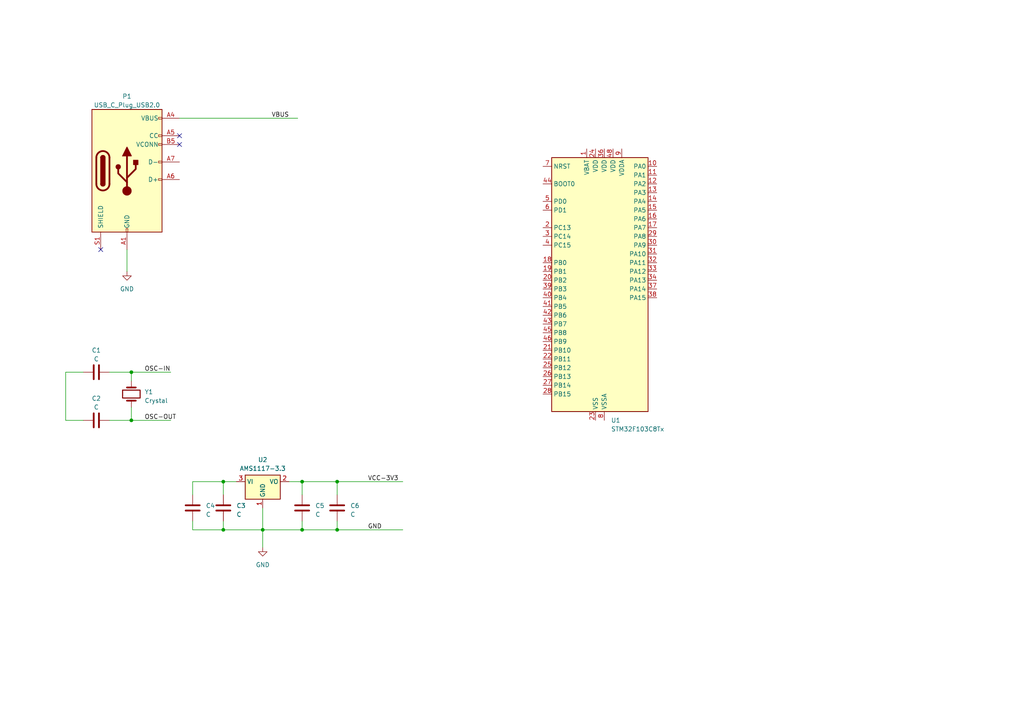
<source format=kicad_sch>
(kicad_sch (version 20230121) (generator eeschema)
  (paper "A4")
  (lib_symbols
    (symbol "Connector:USB_C_Plug_USB2.0" (pin_names (offset 1.016))
      (property "Reference" "P" (at -10.16 19.05 0))
      (property "Value" "USB_C_Plug_USB2.0" (at 12.7 19.05 0))
      (symbol "USB_C_Plug_USB2.0_0_0"
        (rectangle (start -0.254 -17.78) (end 0.254 -16.764))
        (rectangle (start 10.16 -2.286) (end 9.144 -2.794))
        (rectangle (start 10.16 2.794) (end 9.144 2.286))
        (rectangle (start 10.16 7.874) (end 9.144 7.366))
        (rectangle (start 10.16 10.414) (end 9.144 9.906))
        (rectangle (start 10.16 15.494) (end 9.144 14.986))
      )
      (symbol "USB_C_Plug_USB2.0_0_1"
        (rectangle (start -10.16 17.78) (end 10.16 -17.78) (stroke (width 0.254)) (fill (type background)))
        (arc (start -8.89 -3.81) (mid -6.985 -5.7067) (end -5.08 -3.81) (stroke (width 0.508)))
        (arc (start -7.62 -3.81) (mid -6.985 -4.4423) (end -6.35 -3.81) (stroke (width 0.254)))
        (arc (start -7.62 -3.81) (mid -6.985 -4.4423) (end -6.35 -3.81) (stroke (width 0.254)) (fill (type outline)))
        (rectangle (start -7.62 -3.81) (end -6.35 3.81) (stroke (width 0.254)) (fill (type outline)))
        (arc (start -6.35 3.81) (mid -6.985 4.4423) (end -7.62 3.81) (stroke (width 0.254)))
        (arc (start -6.35 3.81) (mid -6.985 4.4423) (end -7.62 3.81) (stroke (width 0.254)) (fill (type outline)))
        (arc (start -5.08 3.81) (mid -6.985 5.7067) (end -8.89 3.81) (stroke (width 0.508)))
        (circle (center -2.54 1.143) (radius 0.635) (stroke (width 0.254)) (fill (type outline)))
        (circle (center 0 -5.842) (radius 1.27) (fill (type outline)))
        (polyline (pts (xy -8.89 -3.81) (xy -8.89 3.81)) (stroke (width 0.508)))
        (polyline (pts (xy -5.08 3.81) (xy -5.08 -3.81)) (stroke (width 0.508)))
        (polyline (pts (xy 0 -5.842) (xy 0 4.318)) (stroke (width 0.508)))
        (polyline (pts (xy 0 -3.302) (xy -2.54 -0.762) (xy -2.54 0.508)) (stroke (width 0.508)))
        (polyline (pts (xy 0 -2.032) (xy 2.54 0.508) (xy 2.54 1.778)) (stroke (width 0.508)))
        (polyline (pts (xy -1.27 4.318) (xy 0 6.858) (xy 1.27 4.318) (xy -1.27 4.318)) (stroke (width 0.254)) (fill (type outline)))
        (rectangle (start 1.905 1.778) (end 3.175 3.048) (stroke (width 0.254)) (fill (type outline)))
      )
      (symbol "USB_C_Plug_USB2.0_1_1"
        (pin passive line (at 0 -22.86 90) (length 5.08) (name "GND") (number "A1"))
        (pin passive line (at 0 -22.86 90) (length 5.08) hide (name "GND") (number "A12"))
        (pin passive line (at 15.24 15.24 180) (length 5.08) (name "VBUS") (number "A4"))
        (pin bidirectional line (at 15.24 10.16 180) (length 5.08) (name "CC") (number "A5"))
        (pin bidirectional line (at 15.24 -2.54 180) (length 5.08) (name "D+") (number "A6"))
        (pin bidirectional line (at 15.24 2.54 180) (length 5.08) (name "D-") (number "A7"))
        (pin passive line (at 15.24 15.24 180) (length 5.08) hide (name "VBUS") (number "A9"))
        (pin passive line (at 0 -22.86 90) (length 5.08) hide (name "GND") (number "B1"))
        (pin passive line (at 0 -22.86 90) (length 5.08) hide (name "GND") (number "B12"))
        (pin passive line (at 15.24 15.24 180) (length 5.08) hide (name "VBUS") (number "B4"))
        (pin bidirectional line (at 15.24 7.62 180) (length 5.08) (name "VCONN") (number "B5"))
        (pin passive line (at 15.24 15.24 180) (length 5.08) hide (name "VBUS") (number "B9"))
        (pin passive line (at -7.62 -22.86 90) (length 5.08) (name "SHIELD") (number "S1"))
      )
    )
    (symbol "Device:C" (pin_numbers hide) (pin_names (offset 0.254))
      (property "Reference" "C" (at 0.635 2.54 0))
      (property "Value" "C" (at 0.635 -2.54 0))
      (symbol "C_0_1"
        (polyline (pts (xy -2.032 -0.762) (xy 2.032 -0.762)) (stroke (width 0.508)))
        (polyline (pts (xy -2.032 0.762) (xy 2.032 0.762)) (stroke (width 0.508)))
      )
      (symbol "C_1_1"
        (pin passive line (at 0 3.81 270) (length 2.794) (name "~") (number "1"))
        (pin passive line (at 0 -3.81 90) (length 2.794) (name "~") (number "2"))
      )
    )
    (symbol "Device:Crystal" (pin_numbers hide) (pin_names (offset 1.016) hide)
      (property "Reference" "Y" (at 0 3.81 0))
      (property "Value" "Crystal" (at 0 -3.81 0))
      (symbol "Crystal_0_1"
        (rectangle (start -1.143 2.54) (end 1.143 -2.54) (stroke (width 0.3048)))
        (polyline (pts (xy -2.54 0) (xy -1.905 0)))
        (polyline (pts (xy -1.905 -1.27) (xy -1.905 1.27)) (stroke (width 0.508)))
        (polyline (pts (xy 1.905 -1.27) (xy 1.905 1.27)) (stroke (width 0.508)))
        (polyline (pts (xy 2.54 0) (xy 1.905 0)))
      )
      (symbol "Crystal_1_1"
        (pin passive line (at -3.81 0 0) (length 1.27) (name "1") (number "1"))
        (pin passive line (at 3.81 0 180) (length 1.27) (name "2") (number "2"))
      )
    )
    (symbol "MCU_ST_STM32F1:STM32F103C8Tx"
      (property "Reference" "U" (at -12.7 39.37 0))
      (property "Value" "STM32F103C8Tx" (at 10.16 39.37 0))
      (symbol "STM32F103C8Tx_0_1"
        (rectangle (start -12.7 -35.56) (end 15.24 38.1) (stroke (width 0.254)) (fill (type background)))
      )
      (symbol "STM32F103C8Tx_1_1"
        (pin power_in line (at -2.54 40.64 270) (length 2.54) (name "VBAT") (number "1"))
        (pin bidirectional line (at 17.78 35.56 180) (length 2.54) (name "PA0") (number "10"))
        (pin bidirectional line (at 17.78 33.02 180) (length 2.54) (name "PA1") (number "11"))
        (pin bidirectional line (at 17.78 30.48 180) (length 2.54) (name "PA2") (number "12"))
        (pin bidirectional line (at 17.78 27.94 180) (length 2.54) (name "PA3") (number "13"))
        (pin bidirectional line (at 17.78 25.4 180) (length 2.54) (name "PA4") (number "14"))
        (pin bidirectional line (at 17.78 22.86 180) (length 2.54) (name "PA5") (number "15"))
        (pin bidirectional line (at 17.78 20.32 180) (length 2.54) (name "PA6") (number "16"))
        (pin bidirectional line (at 17.78 17.78 180) (length 2.54) (name "PA7") (number "17"))
        (pin bidirectional line (at -15.24 7.62 0) (length 2.54) (name "PB0") (number "18"))
        (pin bidirectional line (at -15.24 5.08 0) (length 2.54) (name "PB1") (number "19"))
        (pin bidirectional line (at -15.24 17.78 0) (length 2.54) (name "PC13") (number "2"))
        (pin bidirectional line (at -15.24 2.54 0) (length 2.54) (name "PB2") (number "20"))
        (pin bidirectional line (at -15.24 -17.78 0) (length 2.54) (name "PB10") (number "21"))
        (pin bidirectional line (at -15.24 -20.32 0) (length 2.54) (name "PB11") (number "22"))
        (pin power_in line (at 0 -38.1 90) (length 2.54) (name "VSS") (number "23"))
        (pin power_in line (at 0 40.64 270) (length 2.54) (name "VDD") (number "24"))
        (pin bidirectional line (at -15.24 -22.86 0) (length 2.54) (name "PB12") (number "25"))
        (pin bidirectional line (at -15.24 -25.4 0) (length 2.54) (name "PB13") (number "26"))
        (pin bidirectional line (at -15.24 -27.94 0) (length 2.54) (name "PB14") (number "27"))
        (pin bidirectional line (at -15.24 -30.48 0) (length 2.54) (name "PB15") (number "28"))
        (pin bidirectional line (at 17.78 15.24 180) (length 2.54) (name "PA8") (number "29"))
        (pin bidirectional line (at -15.24 15.24 0) (length 2.54) (name "PC14") (number "3"))
        (pin bidirectional line (at 17.78 12.7 180) (length 2.54) (name "PA9") (number "30"))
        (pin bidirectional line (at 17.78 10.16 180) (length 2.54) (name "PA10") (number "31"))
        (pin bidirectional line (at 17.78 7.62 180) (length 2.54) (name "PA11") (number "32"))
        (pin bidirectional line (at 17.78 5.08 180) (length 2.54) (name "PA12") (number "33"))
        (pin bidirectional line (at 17.78 2.54 180) (length 2.54) (name "PA13") (number "34"))
        (pin passive line (at 0 -38.1 90) (length 2.54) hide (name "VSS") (number "35"))
        (pin power_in line (at 2.54 40.64 270) (length 2.54) (name "VDD") (number "36"))
        (pin bidirectional line (at 17.78 0 180) (length 2.54) (name "PA14") (number "37"))
        (pin bidirectional line (at 17.78 -2.54 180) (length 2.54) (name "PA15") (number "38"))
        (pin bidirectional line (at -15.24 0 0) (length 2.54) (name "PB3") (number "39"))
        (pin bidirectional line (at -15.24 12.7 0) (length 2.54) (name "PC15") (number "4"))
        (pin bidirectional line (at -15.24 -2.54 0) (length 2.54) (name "PB4") (number "40"))
        (pin bidirectional line (at -15.24 -5.08 0) (length 2.54) (name "PB5") (number "41"))
        (pin bidirectional line (at -15.24 -7.62 0) (length 2.54) (name "PB6") (number "42"))
        (pin bidirectional line (at -15.24 -10.16 0) (length 2.54) (name "PB7") (number "43"))
        (pin input line (at -15.24 30.48 0) (length 2.54) (name "BOOT0") (number "44"))
        (pin bidirectional line (at -15.24 -12.7 0) (length 2.54) (name "PB8") (number "45"))
        (pin bidirectional line (at -15.24 -15.24 0) (length 2.54) (name "PB9") (number "46"))
        (pin passive line (at 0 -38.1 90) (length 2.54) hide (name "VSS") (number "47"))
        (pin power_in line (at 5.08 40.64 270) (length 2.54) (name "VDD") (number "48"))
        (pin bidirectional line (at -15.24 25.4 0) (length 2.54) (name "PD0") (number "5"))
        (pin bidirectional line (at -15.24 22.86 0) (length 2.54) (name "PD1") (number "6"))
        (pin input line (at -15.24 35.56 0) (length 2.54) (name "NRST") (number "7"))
        (pin power_in line (at 2.54 -38.1 90) (length 2.54) (name "VSSA") (number "8"))
        (pin power_in line (at 7.62 40.64 270) (length 2.54) (name "VDDA") (number "9"))
      )
    )
    (symbol "Regulator_Linear:AMS1117-3.3"
      (property "Reference" "U" (at -3.81 3.175 0))
      (property "Value" "AMS1117-3.3" (at 0 3.175 0))
      (symbol "AMS1117-3.3_0_1"
        (rectangle (start -5.08 -5.08) (end 5.08 1.905) (stroke (width 0.254)) (fill (type background)))
      )
      (symbol "AMS1117-3.3_1_1"
        (pin power_in line (at 0 -7.62 90) (length 2.54) (name "GND") (number "1"))
        (pin power_out line (at 7.62 0 180) (length 2.54) (name "VO") (number "2"))
        (pin power_in line (at -7.62 0 0) (length 2.54) (name "VI") (number "3"))
      )
    )
    (symbol "power:GND" (power) (pin_names (offset 0))
      (property "Value" "GND" (at 0 -3.81 0))
      (symbol "GND_0_1"
        (polyline (pts (xy 0 0) (xy 0 -1.27) (xy 1.27 -1.27) (xy 0 -2.54) (xy -1.27 -1.27) (xy 0 -1.27)))
      )
      (symbol "GND_1_1"
        (pin power_in line (at 0 0 270) (length 0) hide (name "GND") (number "1"))
      )
    )
  )
  (junction (at 97.79 139.7))
  (junction (at 87.63 153.67))
  (junction (at 64.77 139.7))
  (junction (at 64.77 153.67))
  (junction (at 87.63 139.7))
  (junction (at 76.2 153.67))
  (junction (at 38.1 121.92))
  (junction (at 97.79 153.67))
  (junction (at 38.1 107.95))
  (no_connect (at 52.07 39.37))
  (no_connect (at 52.07 41.91))
  (no_connect (at 29.21 72.39))
  (wire (pts (xy 52.07 34.29) (xy 86.36 34.29)))
  (wire (pts (xy 83.82 139.7) (xy 87.63 139.7)))
  (wire (pts (xy 38.1 107.95) (xy 49.53 107.95)))
  (wire (pts (xy 38.1 121.92) (xy 49.53 121.92)))
  (wire (pts (xy 38.1 107.95) (xy 38.1 110.49)))
  (wire (pts (xy 64.77 139.7) (xy 64.77 143.51)))
  (wire (pts (xy 87.63 139.7) (xy 87.63 143.51)))
  (wire (pts (xy 97.79 153.67) (xy 116.84 153.67)))
  (wire (pts (xy 31.75 107.95) (xy 38.1 107.95)))
  (wire (pts (xy 19.05 107.95) (xy 24.13 107.95)))
  (wire (pts (xy 64.77 151.13) (xy 64.77 153.67)))
  (wire (pts (xy 55.88 139.7) (xy 64.77 139.7)))
  (wire (pts (xy 97.79 153.67) (xy 97.79 151.13)))
  (wire (pts (xy 36.83 72.39) (xy 36.83 78.74)))
  (wire (pts (xy 64.77 139.7) (xy 68.58 139.7)))
  (wire (pts (xy 87.63 151.13) (xy 87.63 153.67)))
  (wire (pts (xy 38.1 118.11) (xy 38.1 121.92)))
  (wire (pts (xy 76.2 147.32) (xy 76.2 153.67)))
  (wire (pts (xy 19.05 107.95) (xy 19.05 121.92)))
  (wire (pts (xy 55.88 153.67) (xy 64.77 153.67)))
  (wire (pts (xy 19.05 121.92) (xy 24.13 121.92)))
  (wire (pts (xy 64.77 153.67) (xy 76.2 153.67)))
  (wire (pts (xy 76.2 153.67) (xy 76.2 158.75)))
  (wire (pts (xy 55.88 153.67) (xy 55.88 151.13)))
  (wire (pts (xy 87.63 139.7) (xy 97.79 139.7)))
  (wire (pts (xy 97.79 139.7) (xy 116.84 139.7)))
  (wire (pts (xy 31.75 121.92) (xy 38.1 121.92)))
  (wire (pts (xy 97.79 139.7) (xy 97.79 143.51)))
  (wire (pts (xy 55.88 139.7) (xy 55.88 143.51)))
  (wire (pts (xy 76.2 153.67) (xy 87.63 153.67)))
  (wire (pts (xy 87.63 153.67) (xy 97.79 153.67)))
  (label "VBUS" (at 78.74 34.29 0))
  (label "VCC-3V3" (at 106.68 139.7 0))
  (label "OSC-OUT" (at 41.91 121.92 0))
  (label "GND" (at 106.68 153.67 0))
  (label "OSC-IN" (at 41.91 107.95 0))
  (symbol (lib_id "Device:C") (at 64.77 147.32 0) (unit 1)
    (property "Reference" "C3" (at 68.58 146.685 0) (effects (justify left)))
    (property "Value" "C" (at 68.58 149.225 0) (effects (justify left)))
  )
  (symbol (lib_id "power:GND") (at 76.2 158.75 0) (unit 1)
    (property "Reference" "#PWR01" (effects hide))
    (property "Value" "GND" (at 76.2 163.83 0))
  )
  (symbol (lib_id "Device:Crystal") (at 38.1 114.3 90) (unit 1)
    (property "Reference" "Y1" (at 41.91 113.665 90) (effects (justify right)))
    (property "Value" "Crystal" (at 41.91 116.205 90) (effects (justify right)))
    (property "Footprint" "Crystal:Crystal_SMD_5032-2Pin_5.0x3.2mm_HandSoldering" (effects hide))
  )
  (symbol (lib_id "MCU_ST_STM32F1:STM32F103C8Tx") (at 172.72 83.82 0) (unit 1)
    (property "Reference" "U1" (at 177.2159 121.92 0) (effects (justify left)))
    (property "Value" "STM32F103C8Tx" (at 177.2159 124.46 0) (effects (justify left)))
    (property "Footprint" "Package_QFP:LQFP-48_7x7mm_P0.5mm" (effects hide))
    (property "Datasheet" "https://www.st.com/resource/en/datasheet/stm32f103c8.pdf" (effects hide))
  )
  (symbol (lib_id "Device:C") (at 97.79 147.32 0) (unit 1)
    (property "Reference" "C6" (at 101.6 146.685 0) (effects (justify left)))
    (property "Value" "C" (at 101.6 149.225 0) (effects (justify left)))
  )
  (symbol (lib_id "Connector:USB_C_Plug_USB2.0") (at 36.83 49.53 0) (unit 1)
    (property "Reference" "P1" (at 36.83 27.94 0))
    (property "Value" "USB_C_Plug_USB2.0" (at 36.83 30.48 0))
    (property "Datasheet" "https://www.usb.org/sites/default/files/documents/usb_type-c.zip" (effects hide))
  )
  (symbol (lib_id "Device:C") (at 55.88 147.32 0) (unit 1)
    (property "Reference" "C4" (at 59.69 146.685 0) (effects (justify left)))
    (property "Value" "C" (at 59.69 149.225 0) (effects (justify left)))
  )
  (symbol (lib_id "Device:C") (at 87.63 147.32 0) (unit 1)
    (property "Reference" "C5" (at 91.44 146.685 0) (effects (justify left)))
    (property "Value" "C" (at 91.44 149.225 0) (effects (justify left)))
  )
  (symbol (lib_id "Device:C") (at 27.94 121.92 90) (unit 1)
    (property "Reference" "C2" (at 27.94 115.57 90))
    (property "Value" "C" (at 27.94 118.11 90))
    (property "Footprint" "Capacitor_SMD:C_0603_1608Metric" (effects hide))
  )
  (symbol (lib_id "Regulator_Linear:AMS1117-3.3") (at 76.2 139.7 0) (unit 1)
    (property "Reference" "U2" (at 76.2 133.35 0))
    (property "Value" "AMS1117-3.3" (at 76.2 135.89 0))
    (property "Footprint" "Package_TO_SOT_SMD:SOT-223-3_TabPin2" (effects hide))
    (property "Datasheet" "http://www.advanced-monolithic.com/pdf/ds1117.pdf" (effects hide))
  )
  (symbol (lib_id "power:GND") (at 36.83 78.74 0) (unit 1)
    (property "Reference" "#PWR02" (effects hide))
    (property "Value" "GND" (at 36.83 83.82 0))
  )
  (symbol (lib_id "Device:C") (at 27.94 107.95 90) (unit 1)
    (property "Reference" "C1" (at 27.94 101.6 90))
    (property "Value" "C" (at 27.94 104.14 90))
    (property "Footprint" "Capacitor_SMD:C_0603_1608Metric" (effects hide))
  )
)
</source>
